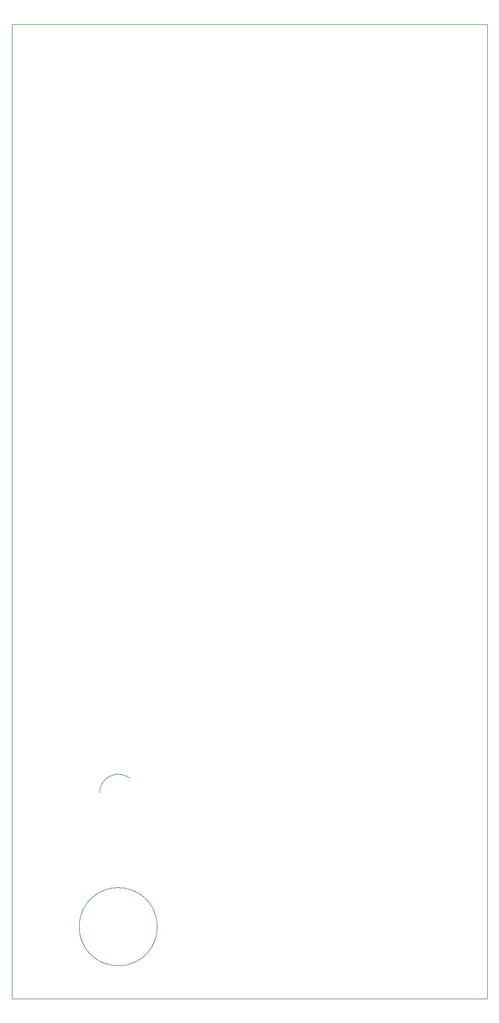
<source format=gtl>
G75*
%MOIN*%
%OFA0B0*%
%FSLAX25Y25*%
%IPPOS*%
%LPD*%
%AMOC8*
5,1,8,0,0,1.08239X$1,22.5*
%
%ADD10C,0.00000*%
%ADD11R,0.04000X0.13000*%
%ADD12R,0.06102X0.02362*%
%ADD13R,0.07087X0.04724*%
%ADD14R,0.07087X0.07087*%
%ADD15C,0.07087*%
%ADD16R,0.07874X0.07874*%
%ADD17R,0.06299X0.07087*%
%ADD18R,0.02165X0.04724*%
%ADD19R,0.05906X0.07677*%
%ADD20C,0.00600*%
%ADD21C,0.02978*%
%ADD22C,0.00004*%
D10*
X0001002Y0003769D02*
X0001002Y0577470D01*
X0280923Y0577470D01*
X0280923Y0003769D01*
X0001002Y0003769D01*
X0040502Y0046269D02*
X0040509Y0046833D01*
X0040530Y0047398D01*
X0040564Y0047961D01*
X0040613Y0048523D01*
X0040675Y0049084D01*
X0040751Y0049644D01*
X0040841Y0050201D01*
X0040944Y0050756D01*
X0041061Y0051308D01*
X0041191Y0051858D01*
X0041335Y0052403D01*
X0041492Y0052946D01*
X0041663Y0053484D01*
X0041846Y0054017D01*
X0042043Y0054547D01*
X0042253Y0055071D01*
X0042475Y0055590D01*
X0042710Y0056103D01*
X0042958Y0056610D01*
X0043218Y0057111D01*
X0043490Y0057606D01*
X0043774Y0058093D01*
X0044070Y0058574D01*
X0044378Y0059047D01*
X0044698Y0059513D01*
X0045028Y0059970D01*
X0045370Y0060419D01*
X0045723Y0060860D01*
X0046086Y0061292D01*
X0046460Y0061715D01*
X0046844Y0062128D01*
X0047239Y0062532D01*
X0047643Y0062927D01*
X0048056Y0063311D01*
X0048479Y0063685D01*
X0048911Y0064048D01*
X0049352Y0064401D01*
X0049801Y0064743D01*
X0050258Y0065073D01*
X0050724Y0065393D01*
X0051197Y0065701D01*
X0051678Y0065997D01*
X0052165Y0066281D01*
X0052660Y0066553D01*
X0053161Y0066813D01*
X0053668Y0067061D01*
X0054181Y0067296D01*
X0054700Y0067518D01*
X0055224Y0067728D01*
X0055754Y0067925D01*
X0056287Y0068108D01*
X0056825Y0068279D01*
X0057368Y0068436D01*
X0057913Y0068580D01*
X0058463Y0068710D01*
X0059015Y0068827D01*
X0059570Y0068930D01*
X0060127Y0069020D01*
X0060687Y0069096D01*
X0061248Y0069158D01*
X0061810Y0069207D01*
X0062373Y0069241D01*
X0062938Y0069262D01*
X0063502Y0069269D01*
X0064066Y0069262D01*
X0064631Y0069241D01*
X0065194Y0069207D01*
X0065756Y0069158D01*
X0066317Y0069096D01*
X0066877Y0069020D01*
X0067434Y0068930D01*
X0067989Y0068827D01*
X0068541Y0068710D01*
X0069091Y0068580D01*
X0069636Y0068436D01*
X0070179Y0068279D01*
X0070717Y0068108D01*
X0071250Y0067925D01*
X0071780Y0067728D01*
X0072304Y0067518D01*
X0072823Y0067296D01*
X0073336Y0067061D01*
X0073843Y0066813D01*
X0074344Y0066553D01*
X0074839Y0066281D01*
X0075326Y0065997D01*
X0075807Y0065701D01*
X0076280Y0065393D01*
X0076746Y0065073D01*
X0077203Y0064743D01*
X0077652Y0064401D01*
X0078093Y0064048D01*
X0078525Y0063685D01*
X0078948Y0063311D01*
X0079361Y0062927D01*
X0079765Y0062532D01*
X0080160Y0062128D01*
X0080544Y0061715D01*
X0080918Y0061292D01*
X0081281Y0060860D01*
X0081634Y0060419D01*
X0081976Y0059970D01*
X0082306Y0059513D01*
X0082626Y0059047D01*
X0082934Y0058574D01*
X0083230Y0058093D01*
X0083514Y0057606D01*
X0083786Y0057111D01*
X0084046Y0056610D01*
X0084294Y0056103D01*
X0084529Y0055590D01*
X0084751Y0055071D01*
X0084961Y0054547D01*
X0085158Y0054017D01*
X0085341Y0053484D01*
X0085512Y0052946D01*
X0085669Y0052403D01*
X0085813Y0051858D01*
X0085943Y0051308D01*
X0086060Y0050756D01*
X0086163Y0050201D01*
X0086253Y0049644D01*
X0086329Y0049084D01*
X0086391Y0048523D01*
X0086440Y0047961D01*
X0086474Y0047398D01*
X0086495Y0046833D01*
X0086502Y0046269D01*
X0086495Y0045705D01*
X0086474Y0045140D01*
X0086440Y0044577D01*
X0086391Y0044015D01*
X0086329Y0043454D01*
X0086253Y0042894D01*
X0086163Y0042337D01*
X0086060Y0041782D01*
X0085943Y0041230D01*
X0085813Y0040680D01*
X0085669Y0040135D01*
X0085512Y0039592D01*
X0085341Y0039054D01*
X0085158Y0038521D01*
X0084961Y0037991D01*
X0084751Y0037467D01*
X0084529Y0036948D01*
X0084294Y0036435D01*
X0084046Y0035928D01*
X0083786Y0035427D01*
X0083514Y0034932D01*
X0083230Y0034445D01*
X0082934Y0033964D01*
X0082626Y0033491D01*
X0082306Y0033025D01*
X0081976Y0032568D01*
X0081634Y0032119D01*
X0081281Y0031678D01*
X0080918Y0031246D01*
X0080544Y0030823D01*
X0080160Y0030410D01*
X0079765Y0030006D01*
X0079361Y0029611D01*
X0078948Y0029227D01*
X0078525Y0028853D01*
X0078093Y0028490D01*
X0077652Y0028137D01*
X0077203Y0027795D01*
X0076746Y0027465D01*
X0076280Y0027145D01*
X0075807Y0026837D01*
X0075326Y0026541D01*
X0074839Y0026257D01*
X0074344Y0025985D01*
X0073843Y0025725D01*
X0073336Y0025477D01*
X0072823Y0025242D01*
X0072304Y0025020D01*
X0071780Y0024810D01*
X0071250Y0024613D01*
X0070717Y0024430D01*
X0070179Y0024259D01*
X0069636Y0024102D01*
X0069091Y0023958D01*
X0068541Y0023828D01*
X0067989Y0023711D01*
X0067434Y0023608D01*
X0066877Y0023518D01*
X0066317Y0023442D01*
X0065756Y0023380D01*
X0065194Y0023331D01*
X0064631Y0023297D01*
X0064066Y0023276D01*
X0063502Y0023269D01*
X0062938Y0023276D01*
X0062373Y0023297D01*
X0061810Y0023331D01*
X0061248Y0023380D01*
X0060687Y0023442D01*
X0060127Y0023518D01*
X0059570Y0023608D01*
X0059015Y0023711D01*
X0058463Y0023828D01*
X0057913Y0023958D01*
X0057368Y0024102D01*
X0056825Y0024259D01*
X0056287Y0024430D01*
X0055754Y0024613D01*
X0055224Y0024810D01*
X0054700Y0025020D01*
X0054181Y0025242D01*
X0053668Y0025477D01*
X0053161Y0025725D01*
X0052660Y0025985D01*
X0052165Y0026257D01*
X0051678Y0026541D01*
X0051197Y0026837D01*
X0050724Y0027145D01*
X0050258Y0027465D01*
X0049801Y0027795D01*
X0049352Y0028137D01*
X0048911Y0028490D01*
X0048479Y0028853D01*
X0048056Y0029227D01*
X0047643Y0029611D01*
X0047239Y0030006D01*
X0046844Y0030410D01*
X0046460Y0030823D01*
X0046086Y0031246D01*
X0045723Y0031678D01*
X0045370Y0032119D01*
X0045028Y0032568D01*
X0044698Y0033025D01*
X0044378Y0033491D01*
X0044070Y0033964D01*
X0043774Y0034445D01*
X0043490Y0034932D01*
X0043218Y0035427D01*
X0042958Y0035928D01*
X0042710Y0036435D01*
X0042475Y0036948D01*
X0042253Y0037467D01*
X0042043Y0037991D01*
X0041846Y0038521D01*
X0041663Y0039054D01*
X0041492Y0039592D01*
X0041335Y0040135D01*
X0041191Y0040680D01*
X0041061Y0041230D01*
X0040944Y0041782D01*
X0040841Y0042337D01*
X0040751Y0042894D01*
X0040675Y0043454D01*
X0040613Y0044015D01*
X0040564Y0044577D01*
X0040530Y0045140D01*
X0040509Y0045705D01*
X0040502Y0046269D01*
X0052502Y0125019D02*
X0052505Y0125289D01*
X0052515Y0125559D01*
X0052532Y0125828D01*
X0052555Y0126097D01*
X0052585Y0126366D01*
X0052621Y0126633D01*
X0052664Y0126900D01*
X0052713Y0127165D01*
X0052769Y0127429D01*
X0052832Y0127692D01*
X0052900Y0127953D01*
X0052976Y0128212D01*
X0053057Y0128469D01*
X0053145Y0128725D01*
X0053239Y0128978D01*
X0053339Y0129229D01*
X0053446Y0129477D01*
X0053558Y0129722D01*
X0053677Y0129965D01*
X0053801Y0130204D01*
X0053931Y0130441D01*
X0054067Y0130674D01*
X0054209Y0130904D01*
X0054356Y0131130D01*
X0054509Y0131353D01*
X0054667Y0131572D01*
X0054830Y0131787D01*
X0054999Y0131997D01*
X0055173Y0132204D01*
X0055352Y0132406D01*
X0055535Y0132604D01*
X0055724Y0132797D01*
X0055917Y0132986D01*
X0056115Y0133169D01*
X0056317Y0133348D01*
X0056524Y0133522D01*
X0056734Y0133691D01*
X0056949Y0133854D01*
X0057168Y0134012D01*
X0057391Y0134165D01*
X0057617Y0134312D01*
X0057847Y0134454D01*
X0058080Y0134590D01*
X0058317Y0134720D01*
X0058556Y0134844D01*
X0058799Y0134963D01*
X0059044Y0135075D01*
X0059292Y0135182D01*
X0059543Y0135282D01*
X0059796Y0135376D01*
X0060052Y0135464D01*
X0060309Y0135545D01*
X0060568Y0135621D01*
X0060829Y0135689D01*
X0061092Y0135752D01*
X0061356Y0135808D01*
X0061621Y0135857D01*
X0061888Y0135900D01*
X0062155Y0135936D01*
X0062424Y0135966D01*
X0062693Y0135989D01*
X0062962Y0136006D01*
X0063232Y0136016D01*
X0063502Y0136019D01*
X0063772Y0136016D01*
X0064042Y0136006D01*
X0064311Y0135989D01*
X0064580Y0135966D01*
X0064849Y0135936D01*
X0065116Y0135900D01*
X0065383Y0135857D01*
X0065648Y0135808D01*
X0065912Y0135752D01*
X0066175Y0135689D01*
X0066436Y0135621D01*
X0066695Y0135545D01*
X0066952Y0135464D01*
X0067208Y0135376D01*
X0067461Y0135282D01*
X0067712Y0135182D01*
X0067960Y0135075D01*
X0068205Y0134963D01*
X0068448Y0134844D01*
X0068687Y0134720D01*
X0068924Y0134590D01*
X0069157Y0134454D01*
X0069387Y0134312D01*
X0069613Y0134165D01*
X0069836Y0134012D01*
X0070055Y0133854D01*
X0070270Y0
</source>
